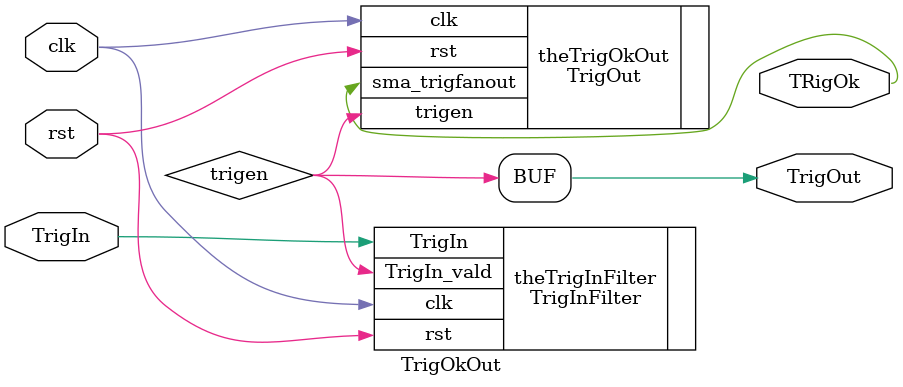
<source format=sv>
`timescale 1ns / 1ps


module TrigOkOut #(
        parameter  FILTALUE = 4'd10,
        parameter  TRIGLENGTH = 4'd15
    )(
        input   wire    clk,
        input   wire    rst,
        input   wire    TrigIn,
        output  wire    TrigOut,
        output  wire    TRigOk
    );
        
        wire            trigen;
        assign TrigOut = trigen;
        
        TrigInFilter #(.LEGTH(FILTALUE - 2'd2)) theTrigInFilter(
            .clk(clk),
            .rst(rst),
            .TrigIn(TrigIn),
            .TrigIn_vald(trigen));
            
        TrigOut #(.M(15)) theTrigOkOut(
            .clk(clk),
            .rst(rst),
            .trigen(trigen),            // ´¥·¢Ê¹ÄÜ
            .sma_trigfanout(TRigOk));   // TRiggerOk
            
endmodule
</source>
